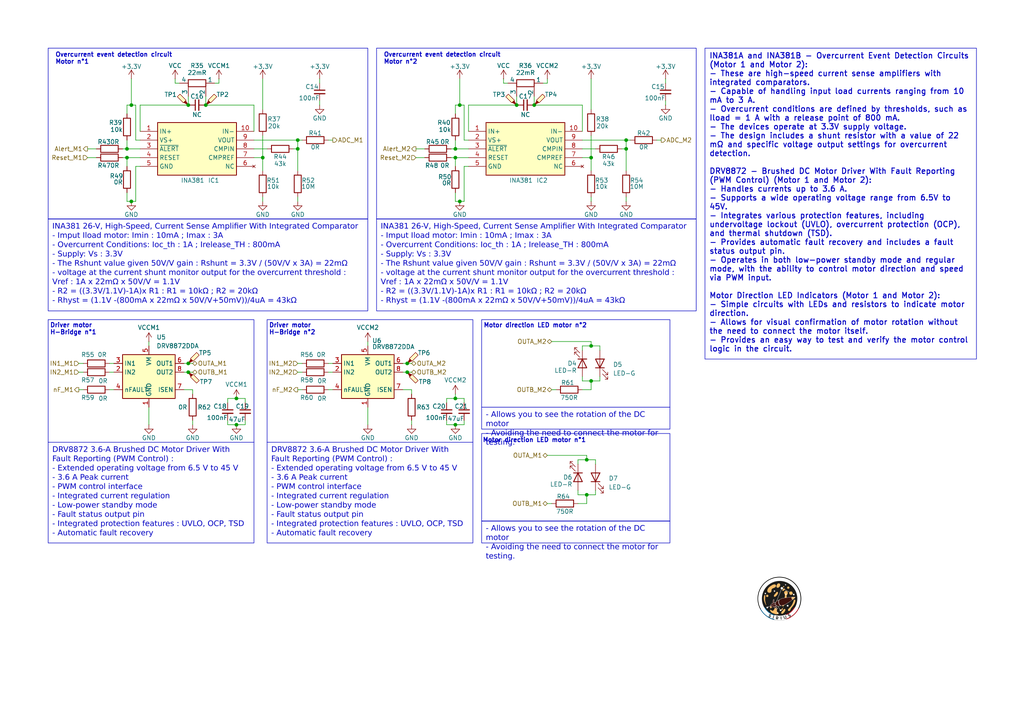
<source format=kicad_sch>
(kicad_sch (version 20231120) (generator "eeschema") (generator_version "8.0")
  (paper "A4")
  (title_block (title "Motor control and driver sheet") (date "2024-06-09") (rev "V°1") (company "Club : PICAS") (comment 1 "Auteur : Paul Miailhe") (comment 2 "Project : Experiment Rocket Sirius "))
  (lib_symbols
    (symbol "Connector:TestPoint_Probe" (pin_numbers hide) (pin_names (offset 0.762) hide)
      (property "Reference" "TP" (at 1.651 5.842 0))
      (property "Value" "TestPoint_Probe" (at 1.651 4.064 0))
      (symbol "TestPoint_Probe_0_1"
        (polyline (pts (xy 1.27 0.762) (xy 0 0) (xy 0.762 1.27) (xy 1.27 0.762)) (fill (type outline)))
        (polyline (pts (xy 1.397 0.635) (xy 0.635 1.397) (xy 2.413 3.175) (xy 3.175 2.413) (xy 1.397 0.635)) (fill (type background)))
      )
      (symbol "TestPoint_Probe_1_1"
        (pin passive line (at 0 0 90) (length 0) (name "1") (number "1"))
      )
    )
    (symbol "Device:C_Small" (pin_numbers hide) (pin_names (offset 0.254) hide)
      (property "Reference" "C" (at 0.254 1.778 0))
      (property "Value" "C_Small" (at 0.254 -2.032 0))
      (symbol "C_Small_0_1"
        (polyline (pts (xy -1.524 -0.508) (xy 1.524 -0.508)) (stroke (width 0.3302)))
        (polyline (pts (xy -1.524 0.508) (xy 1.524 0.508)) (stroke (width 0.3048)))
      )
      (symbol "C_Small_1_1"
        (pin passive line (at 0 2.54 270) (length 2.032) (name "~") (number "1"))
        (pin passive line (at 0 -2.54 90) (length 2.032) (name "~") (number "2"))
      )
    )
    (symbol "Device:LED" (pin_numbers hide) (pin_names (offset 1.016) hide)
      (property "Reference" "D" (at 0 2.54 0))
      (property "Value" "LED" (at 0 -2.54 0))
      (symbol "LED_0_1"
        (polyline (pts (xy -1.27 -1.27) (xy -1.27 1.27)) (stroke (width 0.254)))
        (polyline (pts (xy -1.27 0) (xy 1.27 0)))
        (polyline (pts (xy 1.27 -1.27) (xy 1.27 1.27) (xy -1.27 0) (xy 1.27 -1.27)) (stroke (width 0.254)))
        (polyline (pts (xy -3.048 -0.762) (xy -4.572 -2.286) (xy -3.81 -2.286) (xy -4.572 -2.286) (xy -4.572 -1.524)))
        (polyline (pts (xy -1.778 -0.762) (xy -3.302 -2.286) (xy -2.54 -2.286) (xy -3.302 -2.286) (xy -3.302 -1.524)))
      )
      (symbol "LED_1_1"
        (pin passive line (at -3.81 0 0) (length 2.54) (name "K") (number "1"))
        (pin passive line (at 3.81 0 180) (length 2.54) (name "A") (number "2"))
      )
    )
    (symbol "Device:R" (pin_numbers hide) (pin_names (offset 0))
      (property "Reference" "R" (at 2.032 0 90))
      (property "Value" "R" (at 0 0 90))
      (symbol "R_0_1"
        (rectangle (start -1.016 -2.54) (end 1.016 2.54) (stroke (width 0.254)))
      )
      (symbol "R_1_1"
        (pin passive line (at 0 3.81 270) (length 1.27) (name "~") (number "1"))
        (pin passive line (at 0 -3.81 90) (length 1.27) (name "~") (number "2"))
      )
    )
    (symbol "Device:R_Shunt" (pin_numbers hide) (pin_names (offset 0))
      (property "Reference" "R" (at -4.445 0 90))
      (property "Value" "R_Shunt" (at -2.54 0 90))
      (symbol "R_Shunt_0_1"
        (rectangle (start -1.016 -2.54) (end 1.016 2.54) (stroke (width 0.254)))
        (polyline (pts (xy 0 -2.54) (xy 1.27 -2.54)))
        (polyline (pts (xy 1.27 2.54) (xy 0 2.54)))
      )
      (symbol "R_Shunt_1_1"
        (pin passive line (at 0 5.08 270) (length 2.54) (name "1") (number "1"))
        (pin passive line (at 3.81 2.54 180) (length 2.54) (name "2") (number "2"))
        (pin passive line (at 3.81 -2.54 180) (length 2.54) (name "3") (number "3"))
        (pin passive line (at 0 -5.08 90) (length 2.54) (name "4") (number "4"))
      )
    )
    (symbol "Driver_Motor:DRV8872DDA"
      (property "Reference" "U" (at -6.35 6.35 0))
      (property "Value" "DRV8872DDA" (at 8.89 6.35 0))
      (symbol "DRV8872DDA_0_1"
        (rectangle (start -7.62 5.08) (end 7.62 -7.62) (stroke (width 0.254)) (fill (type background)))
      )
      (symbol "DRV8872DDA_1_1"
        (pin power_in line (at 0 -10.16 90) (length 2.54) (name "GND") (number "1"))
        (pin input line (at -10.16 0 0) (length 2.54) (name "IN2") (number "2"))
        (pin input line (at -10.16 2.54 0) (length 2.54) (name "IN1") (number "3"))
        (pin open_collector line (at -10.16 -5.08 0) (length 2.54) (name "nFAULT") (number "4"))
        (pin power_in line (at 0 7.62 270) (length 2.54) (name "VM") (number "5"))
        (pin output line (at 10.16 2.54 180) (length 2.54) (name "OUT1") (number "6"))
        (pin passive line (at 10.16 -5.08 180) (length 2.54) (name "ISEN") (number "7"))
        (pin output line (at 10.16 0 180) (length 2.54) (name "OUT2") (number "8"))
        (pin passive line (at 0 -10.16 90) (length 2.54) hide (name "GND") (number "9"))
      )
    )
    (symbol "INA381A3QDGSRQ1:INA381A3QDGSRQ1"
      (property "Reference" "IC" (at 29.21 7.62 0))
      (property "Value" "INA381A3QDGSRQ1" (at 29.21 5.08 0))
      (symbol "INA381A3QDGSRQ1_1_1"
        (rectangle (start 5.08 2.54) (end 27.94 -12.7) (stroke (width 0.254)) (fill (type background)))
        (pin passive line (at 0 0 0) (length 5.08) (name "IN+") (number "1"))
        (pin passive line (at 33.02 0 180) (length 5.08) (name "IN-") (number "10"))
        (pin passive line (at 0 -2.54 0) (length 5.08) (name "VS+") (number "2"))
        (pin passive line (at 0 -5.08 0) (length 5.08) (name "~{ALERT}") (number "3"))
        (pin passive line (at 0 -7.62 0) (length 5.08) (name "RESET") (number "4"))
        (pin passive line (at 0 -10.16 0) (length 5.08) (name "GND") (number "5"))
        (pin no_connect line (at 33.02 -10.16 180) (length 5.08) (name "NC") (number "6"))
        (pin passive line (at 33.02 -7.62 180) (length 5.08) (name "CMPREF") (number "7"))
        (pin passive line (at 33.02 -5.08 180) (length 5.08) (name "CMPIN") (number "8"))
        (pin passive line (at 33.02 -2.54 180) (length 5.08) (name "VOUT") (number "9"))
      )
    )
    (symbol "power:+3.3V" (power) (pin_numbers hide) (pin_names (offset 0) hide)
      (property "Value" "+3.3V" (at 0 3.556 0))
      (symbol "+3.3V_0_1"
        (polyline (pts (xy -0.762 1.27) (xy 0 2.54)))
        (polyline (pts (xy 0 0) (xy 0 2.54)))
        (polyline (pts (xy 0 2.54) (xy 0.762 1.27)))
      )
      (symbol "+3.3V_1_1"
        (pin power_in line (at 0 0 90) (length 0) (name "~") (number "1"))
      )
    )
    (symbol "power:GND" (power) (pin_numbers hide) (pin_names (offset 0) hide)
      (property "Value" "GND" (at 0 -3.81 0))
      (symbol "GND_0_1"
        (polyline (pts (xy 0 0) (xy 0 -1.27) (xy 1.27 -1.27) (xy 0 -2.54) (xy -1.27 -1.27) (xy 0 -1.27)))
      )
      (symbol "GND_1_1"
        (pin power_in line (at 0 0 270) (length 0) (name "~") (number "1"))
      )
    )
    (symbol "power:VCC" (power) (pin_numbers hide) (pin_names (offset 0) hide)
      (property "Value" "VCC" (at 0 3.556 0))
      (symbol "VCC_0_1"
        (polyline (pts (xy -0.762 1.27) (xy 0 2.54)))
        (polyline (pts (xy 0 0) (xy 0 2.54)))
        (polyline (pts (xy 0 2.54) (xy 0.762 1.27)))
      )
      (symbol "VCC_1_1"
        (pin power_in line (at 0 0 90) (length 0) (name "~") (number "1"))
      )
    )
  )
  (junction (at 171.45 110.49))
  (junction (at 181.61 40.64))
  (junction (at 118.11 107.95))
  (junction (at 68.58 123.19))
  (junction (at 132.08 43.18))
  (junction (at 36.83 43.18))
  (junction (at 149.86 30.48))
  (junction (at 54.61 105.41))
  (junction (at 132.08 123.19))
  (junction (at 133.35 30.48))
  (junction (at 54.61 107.95))
  (junction (at 118.11 105.41))
  (junction (at 171.45 45.72))
  (junction (at 170.18 143.51))
  (junction (at 170.18 133.35))
  (junction (at 86.36 43.18))
  (junction (at 38.1 58.42))
  (junction (at 133.35 58.42))
  (junction (at 54.61 30.48))
  (junction (at 38.1 30.48))
  (junction (at 154.94 30.48))
  (junction (at 132.08 115.57))
  (junction (at 76.2 45.72))
  (junction (at 181.61 43.18))
  (junction (at 36.83 45.72))
  (junction (at 68.58 115.57))
  (junction (at 59.69 30.48))
  (junction (at 171.45 100.33))
  (junction (at 86.36 40.64))
  (junction (at 132.08 45.72))
  (wire (pts (xy 160.02 99.06) (xy 171.45 99.06)))
  (wire (pts (xy 71.12 115.57) (xy 71.12 116.84)))
  (wire (pts (xy 92.71 29.21) (xy 92.71 30.48)))
  (wire (pts (xy 43.18 99.06) (xy 43.18 100.33)))
  (wire (pts (xy 134.62 115.57) (xy 134.62 116.84)))
  (wire (pts (xy 31.75 107.95) (xy 33.02 107.95)))
  (wire (pts (xy 171.45 39.37) (xy 171.45 45.72)))
  (wire (pts (xy 36.83 58.42) (xy 38.1 58.42)))
  (wire (pts (xy 171.45 99.06) (xy 171.45 100.33)))
  (wire (pts (xy 182.88 40.64) (xy 181.61 40.64)))
  (wire (pts (xy 132.08 114.3) (xy 132.08 115.57)))
  (wire (pts (xy 38.1 22.86) (xy 38.1 30.48)))
  (wire (pts (xy 116.84 105.41) (xy 118.11 105.41)))
  (wire (pts (xy 167.64 134.62) (xy 167.64 133.35)))
  (wire (pts (xy 132.08 33.02) (xy 132.08 30.48)))
  (wire (pts (xy 120.65 45.72) (xy 123.19 45.72)))
  (wire (pts (xy 168.91 43.18) (xy 172.72 43.18)))
  (wire (pts (xy 86.36 113.03) (xy 87.63 113.03)))
  (wire (pts (xy 73.66 45.72) (xy 76.2 45.72)))
  (wire (pts (xy 22.86 113.03) (xy 24.13 113.03)))
  (wire (pts (xy 116.84 107.95) (xy 118.11 107.95)))
  (wire (pts (xy 59.69 30.48) (xy 73.66 30.48)))
  (wire (pts (xy 55.88 113.03) (xy 53.34 113.03)))
  (wire (pts (xy 31.75 105.41) (xy 33.02 105.41)))
  (wire (pts (xy 120.65 43.18) (xy 123.19 43.18)))
  (wire (pts (xy 167.64 143.51) (xy 170.18 143.51)))
  (wire (pts (xy 171.45 22.86) (xy 171.45 31.75)))
  (wire (pts (xy 171.45 100.33) (xy 173.99 100.33)))
  (wire (pts (xy 170.18 133.35) (xy 172.72 133.35)))
  (wire (pts (xy 40.64 30.48) (xy 54.61 30.48)))
  (wire (pts (xy 119.38 123.19) (xy 119.38 121.92)))
  (wire (pts (xy 172.72 142.24) (xy 172.72 143.51)))
  (wire (pts (xy 66.04 121.92) (xy 66.04 123.19)))
  (wire (pts (xy 130.81 45.72) (xy 132.08 45.72)))
  (wire (pts (xy 86.36 105.41) (xy 87.63 105.41)))
  (wire (pts (xy 173.99 100.33) (xy 173.99 101.6)))
  (wire (pts (xy 40.64 40.64) (xy 39.37 40.64)))
  (wire (pts (xy 36.83 40.64) (xy 36.83 43.18)))
  (wire (pts (xy 95.25 107.95) (xy 96.52 107.95)))
  (wire (pts (xy 158.75 146.05) (xy 160.02 146.05)))
  (wire (pts (xy 171.45 110.49) (xy 173.99 110.49)))
  (wire (pts (xy 38.1 58.42) (xy 39.37 58.42)))
  (wire (pts (xy 73.66 30.48) (xy 73.66 38.1)))
  (wire (pts (xy 158.75 132.08) (xy 170.18 132.08)))
  (wire (pts (xy 135.89 30.48) (xy 149.86 30.48)))
  (wire (pts (xy 133.35 58.42) (xy 134.62 58.42)))
  (wire (pts (xy 132.08 43.18) (xy 135.89 43.18)))
  (wire (pts (xy 66.04 123.19) (xy 68.58 123.19)))
  (wire (pts (xy 129.54 116.84) (xy 129.54 115.57)))
  (wire (pts (xy 68.58 115.57) (xy 71.12 115.57)))
  (wire (pts (xy 106.68 99.06) (xy 106.68 100.33)))
  (wire (pts (xy 35.56 45.72) (xy 36.83 45.72)))
  (wire (pts (xy 158.75 24.13) (xy 158.75 22.86)))
  (wire (pts (xy 36.83 55.88) (xy 36.83 58.42)))
  (wire (pts (xy 66.04 116.84) (xy 66.04 115.57)))
  (wire (pts (xy 25.4 43.18) (xy 27.94 43.18)))
  (wire (pts (xy 39.37 48.26) (xy 40.64 48.26)))
  (wire (pts (xy 181.61 57.15) (xy 181.61 58.42)))
  (wire (pts (xy 190.5 40.64) (xy 191.77 40.64)))
  (wire (pts (xy 132.08 123.19) (xy 134.62 123.19)))
  (wire (pts (xy 171.45 49.53) (xy 171.45 45.72)))
  (wire (pts (xy 95.25 113.03) (xy 96.52 113.03)))
  (wire (pts (xy 55.88 123.19) (xy 55.88 121.92)))
  (wire (pts (xy 53.34 105.41) (xy 54.61 105.41)))
  (wire (pts (xy 76.2 39.37) (xy 76.2 45.72)))
  (wire (pts (xy 149.86 30.48) (xy 149.86 27.94)))
  (wire (pts (xy 134.62 48.26) (xy 135.89 48.26)))
  (wire (pts (xy 59.69 30.48) (xy 59.69 27.94)))
  (wire (pts (xy 86.36 43.18) (xy 86.36 49.53)))
  (wire (pts (xy 63.5 24.13) (xy 63.5 22.86)))
  (wire (pts (xy 193.04 29.21) (xy 193.04 30.48)))
  (wire (pts (xy 171.45 110.49) (xy 171.45 113.03)))
  (wire (pts (xy 50.8 24.13) (xy 52.07 24.13)))
  (wire (pts (xy 133.35 30.48) (xy 134.62 30.48)))
  (wire (pts (xy 167.64 142.24) (xy 167.64 143.51)))
  (wire (pts (xy 135.89 40.64) (xy 134.62 40.64)))
  (wire (pts (xy 119.38 114.3) (xy 119.38 113.03)))
  (wire (pts (xy 132.08 45.72) (xy 132.08 48.26)))
  (wire (pts (xy 160.02 113.03) (xy 161.29 113.03)))
  (wire (pts (xy 132.08 40.64) (xy 132.08 43.18)))
  (wire (pts (xy 22.86 105.41) (xy 24.13 105.41)))
  (wire (pts (xy 43.18 123.19) (xy 43.18 118.11)))
  (wire (pts (xy 180.34 43.18) (xy 181.61 43.18)))
  (wire (pts (xy 134.62 30.48) (xy 134.62 40.64)))
  (wire (pts (xy 167.64 146.05) (xy 170.18 146.05)))
  (wire (pts (xy 132.08 58.42) (xy 133.35 58.42)))
  (wire (pts (xy 129.54 121.92) (xy 129.54 123.19)))
  (wire (pts (xy 73.66 43.18) (xy 77.47 43.18)))
  (wire (pts (xy 118.11 105.41) (xy 119.38 105.41)))
  (wire (pts (xy 129.54 115.57) (xy 132.08 115.57)))
  (wire (pts (xy 106.68 123.19) (xy 106.68 118.11)))
  (wire (pts (xy 54.61 105.41) (xy 55.88 105.41)))
  (wire (pts (xy 71.12 121.92) (xy 71.12 123.19)))
  (wire (pts (xy 36.83 45.72) (xy 36.83 48.26)))
  (wire (pts (xy 132.08 45.72) (xy 135.89 45.72)))
  (wire (pts (xy 130.81 43.18) (xy 132.08 43.18)))
  (wire (pts (xy 171.45 57.15) (xy 171.45 58.42)))
  (wire (pts (xy 170.18 143.51) (xy 170.18 146.05)))
  (wire (pts (xy 31.75 113.03) (xy 33.02 113.03)))
  (wire (pts (xy 62.23 24.13) (xy 63.5 24.13)))
  (wire (pts (xy 134.62 48.26) (xy 134.62 58.42)))
  (wire (pts (xy 119.38 113.03) (xy 116.84 113.03)))
  (wire (pts (xy 135.89 30.48) (xy 135.89 38.1)))
  (wire (pts (xy 55.88 114.3) (xy 55.88 113.03)))
  (wire (pts (xy 168.91 101.6) (xy 168.91 100.33)))
  (wire (pts (xy 154.94 30.48) (xy 168.91 30.48)))
  (wire (pts (xy 86.36 40.64) (xy 86.36 43.18)))
  (wire (pts (xy 54.61 107.95) (xy 55.88 107.95)))
  (wire (pts (xy 92.71 22.86) (xy 92.71 24.13)))
  (wire (pts (xy 129.54 123.19) (xy 132.08 123.19)))
  (wire (pts (xy 181.61 40.64) (xy 181.61 43.18)))
  (wire (pts (xy 35.56 43.18) (xy 36.83 43.18)))
  (wire (pts (xy 133.35 22.86) (xy 133.35 30.48)))
  (wire (pts (xy 181.61 43.18) (xy 181.61 49.53)))
  (wire (pts (xy 168.91 40.64) (xy 181.61 40.64)))
  (wire (pts (xy 66.04 115.57) (xy 68.58 115.57)))
  (wire (pts (xy 76.2 49.53) (xy 76.2 45.72)))
  (wire (pts (xy 154.94 30.48) (xy 154.94 27.94)))
  (wire (pts (xy 170.18 132.08) (xy 170.18 133.35)))
  (wire (pts (xy 167.64 133.35) (xy 170.18 133.35)))
  (wire (pts (xy 36.83 33.02) (xy 36.83 30.48)))
  (wire (pts (xy 68.58 123.19) (xy 71.12 123.19)))
  (wire (pts (xy 76.2 22.86) (xy 76.2 31.75)))
  (wire (pts (xy 172.72 133.35) (xy 172.72 134.62)))
  (wire (pts (xy 87.63 40.64) (xy 86.36 40.64)))
  (wire (pts (xy 54.61 30.48) (xy 54.61 27.94)))
  (wire (pts (xy 168.91 113.03) (xy 171.45 113.03)))
  (wire (pts (xy 193.04 22.86) (xy 193.04 24.13)))
  (wire (pts (xy 170.18 143.51) (xy 172.72 143.51)))
  (wire (pts (xy 86.36 107.95) (xy 87.63 107.95)))
  (wire (pts (xy 95.25 40.64) (xy 96.52 40.64)))
  (wire (pts (xy 168.91 45.72) (xy 171.45 45.72)))
  (wire (pts (xy 157.48 24.13) (xy 158.75 24.13)))
  (wire (pts (xy 36.83 43.18) (xy 40.64 43.18)))
  (wire (pts (xy 39.37 48.26) (xy 39.37 58.42)))
  (wire (pts (xy 85.09 43.18) (xy 86.36 43.18)))
  (wire (pts (xy 38.1 30.48) (xy 39.37 30.48)))
  (wire (pts (xy 168.91 110.49) (xy 171.45 110.49)))
  (wire (pts (xy 146.05 24.13) (xy 147.32 24.13)))
  (wire (pts (xy 39.37 30.48) (xy 39.37 40.64)))
  (wire (pts (xy 95.25 105.41) (xy 96.52 105.41)))
  (wire (pts (xy 118.11 107.95) (xy 119.38 107.95)))
  (wire (pts (xy 36.83 45.72) (xy 40.64 45.72)))
  (wire (pts (xy 134.62 121.92) (xy 134.62 123.19)))
  (wire (pts (xy 168.91 30.48) (xy 168.91 38.1)))
  (wire (pts (xy 86.36 57.15) (xy 86.36 58.42)))
  (wire (pts (xy 132.08 30.48) (xy 133.35 30.48)))
  (wire (pts (xy 25.4 45.72) (xy 27.94 45.72)))
  (wire (pts (xy 73.66 40.64) (xy 86.36 40.64)))
  (wire (pts (xy 53.34 107.95) (xy 54.61 107.95)))
  (wire (pts (xy 22.86 107.95) (xy 24.13 107.95)))
  (wire (pts (xy 173.99 109.22) (xy 173.99 110.49)))
  (wire (pts (xy 76.2 57.15) (xy 76.2 58.42)))
  (wire (pts (xy 168.91 109.22) (xy 168.91 110.49)))
  (wire (pts (xy 168.91 100.33) (xy 171.45 100.33)))
  (wire (pts (xy 50.8 22.86) (xy 50.8 24.13)))
  (wire (pts (xy 146.05 22.86) (xy 146.05 24.13)))
  (wire (pts (xy 36.83 30.48) (xy 38.1 30.48)))
  (wire (pts (xy 132.08 115.57) (xy 134.62 115.57)))
  (wire (pts (xy 40.64 30.48) (xy 40.64 38.1)))
  (wire (pts (xy 132.08 55.88) (xy 132.08 58.42)))
  (rectangle (start 13.97 92.71) (end 73.66 128.27))
  (rectangle (start 139.7 125.73) (end 194.31 151.13))
  (rectangle (start 13.97 13.97) (end 106.68 63.5))
  (rectangle (start 139.7 92.71) (end 194.31 118.11))
  (rectangle (start 77.47 92.71) (end 137.16 128.27))
  (rectangle (start 109.22 13.97) (end 201.93 63.5))
  (image (at 226.06 173.99) (scale 0.291829))
  (text_box "DRV8872 3.6-A Brushed DC Motor Driver With Fault Reporting (PWM Control) :\n- Extended operating voltage from 6.5 V to 45 V\n- 3.6 A Peak current\n- PWM control interface\n- Integrated current regulation\n- Low-power standby mode\n- Fault status output pin\n- Integrated protection features : UVLO, OCP, TSD\n- Automatic fault recovery" (at 77.47 128.27 0) (size 59.69 29.21) (effects (font (size 1.6 1.6)) (justify left top)))
  (text_box "- Allows you to see the rotation of the DC motor\n- Avoiding the need to connect the motor for testing. " (at 139.7 118.11 0) (size 54.61 6.35) (effects (font (size 1.6 1.6)) (justify left top)))
  (text_box "INA381 26-V, High-Speed, Current Sense Amplifier With Integrated Comparator\n- Imput Iload motor: Imin : 10mA ; Imax : 3A\n- Overcurrent Conditions: Ioc_th : 1A ; Irelease_TH : 800mA\n- Supply: Vs : 3.3V \n- The Rshunt value given 50V/V gain : Rshunt = 3.3V / (50V/V x 3A) = 22mΩ\n- voltage at the current shunt monitor output for the overcurrent threshold : Vref : 1A x 22mΩ x 50V/V = 1.1V\n- R2 = ((3.3V/1.1V)-1A)x R1 : R1 = 10kΩ ; R2 = 20kΩ\n- Rhyst = (1.1V -(800mA x 22mΩ x 50V/V+50mV))/4uA = 43kΩ\n" (at 109.22 63.5 0) (size 92.71 26.67) (effects (font (size 1.6 1.6)) (justify left top)))
  (text_box "- Allows you to see the rotation of the DC motor\n- Avoiding the need to connect the motor for testing. " (at 139.7 151.13 0) (size 54.61 6.35) (effects (font (size 1.6 1.6)) (justify left top)))
  (text_box "INA381A and INA381B - Overcurrent Event Detection Circuits (Motor 1 and Motor 2):\n- These are high-speed current sense amplifiers with integrated comparators.\n- Capable of handling input load currents ranging from 10 mA to 3 A.\n- Overcurrent conditions are defined by thresholds, such as Iload = 1 A with a release point of 800 mA.\n- The devices operate at 3.3V supply voltage.\n- The design includes a shunt resistor with a value of 22 mΩ and specific voltage output settings for overcurrent detection.\n\nDRV8872 - Brushed DC Motor Driver With Fault Reporting (PWM Control) (Motor 1 and Motor 2):\n- Handles currents up to 3.6 A.\n- Supports a wide operating voltage range from 6.5V to 45V.\n- Integrates various protection features, including undervoltage lockout (UVLO), overcurrent protection (OCP), and thermal shutdown (TSD).\n- Provides automatic fault recovery and includes a fault status output pin.\n- Operates in both low-power standby mode and regular mode, with the ability to control motor direction and speed via PWM input.\n\nMotor Direction LED Indicators (Motor 1 and Motor 2):\n- Simple circuits with LEDs and resistors to indicate motor direction.\n- Allows for visual confirmation of motor rotation without the need to connect the motor itself.\n- Provides an easy way to test and verify the motor control logic in the circuit." (at 204.47 13.97 0) (size 78.74 90.17) (effects (font (size 1.6 1.6) (thickness 0.254) (bold yes)) (justify left top)))
  (text_box "DRV8872 3.6-A Brushed DC Motor Driver With Fault Reporting (PWM Control) :\n- Extended operating voltage from 6.5 V to 45 V\n- 3.6 A Peak current\n- PWM control interface\n- Integrated current regulation\n- Low-power standby mode\n- Fault status output pin\n- Integrated protection features : UVLO, OCP, TSD\n- Automatic fault recovery" (at 13.97 128.27 0) (size 59.69 29.21) (effects (font (size 1.6 1.6)) (justify left top)))
  (text_box "INA381 26-V, High-Speed, Current Sense Amplifier With Integrated Comparator\n- Imput Iload motor: Imin : 10mA ; Imax : 3A\n- Overcurrent Conditions: Ioc_th : 1A ; Irelease_TH : 800mA\n- Supply: Vs : 3.3V \n- The Rshunt value given 50V/V gain : Rshunt = 3.3V / (50V/V x 3A) = 22mΩ\n- voltage at the current shunt monitor output for the overcurrent threshold : Vref : 1A x 22mΩ x 50V/V = 1.1V\n- R2 = ((3.3V/1.1V)-1A)x R1 : R1 = 10kΩ ; R2 = 20kΩ\n- Rhyst = (1.1V -(800mA x 22mΩ x 50V/V+50mV))/4uA = 43kΩ\n" (at 13.97 63.5 0) (size 92.71 26.67) (effects (font (size 1.6 1.6)) (justify left top)))
  (text "Driver motor \nH-Bridge n°1\n\n" (at 14.478 99.314 0) (effects (font (size 1.27 1.27) (thickness 0.254) (bold yes)) (justify left bottom)))
  (text "Motor direction LED motor n°1\n" (at 139.954 128.524 0) (effects (font (size 1.27 1.27) (thickness 0.254) (bold yes)) (justify left bottom)))
  (text "Motor direction LED motor n°2\n" (at 140.208 95.25 0) (effects (font (size 1.27 1.27) (thickness 0.254) (bold yes)) (justify left bottom)))
  (text "Overcurrent event detection circuit\nMotor n°2\n\n" (at 111.252 20.828 0) (effects (font (size 1.27 1.27) (thickness 0.254) (bold yes)) (justify left bottom)))
  (text "Driver motor \nH-Bridge n°2\n" (at 77.978 97.282 0) (effects (font (size 1.27 1.27) (thickness 0.254) (bold yes)) (justify left bottom)))
  (text "Overcurrent event detection circuit\nMotor n°1\n" (at 16.002 18.796 0) (effects (font (size 1.27 1.27) (thickness 0.254) (bold yes)) (justify left bottom)))
  (hierarchical_label "OUTA_M1" (shape bidirectional) (at 55.88 105.41 0))
  (hierarchical_label "OUTB_M2" (shape bidirectional) (at 119.38 107.95 0))
  (hierarchical_label "IN1_M2" (shape input) (at 86.36 105.41 180))
  (hierarchical_label "OUTB_M1" (shape bidirectional) (at 55.88 107.95 0))
  (hierarchical_label "Reset_M1" (shape input) (at 25.4 45.72 180))
  (hierarchical_label "IN2_M2" (shape input) (at 86.36 107.95 180))
  (hierarchical_label "nF_M2" (shape output) (at 86.36 113.03 180))
  (hierarchical_label "ADC_M1" (shape output) (at 96.52 40.64 0))
  (hierarchical_label "IN2_M1" (shape input) (at 22.86 107.95 180))
  (hierarchical_label "Reset_M2" (shape input) (at 120.65 45.72 180))
  (hierarchical_label "OUTB_M1" (shape bidirectional) (at 158.75 146.05 180))
  (hierarchical_label "OUTB_M2" (shape bidirectional) (at 160.02 113.03 180))
  (hierarchical_label "Alert_M2" (shape output) (at 120.65 43.18 180))
  (hierarchical_label "Alert_M1" (shape output) (at 25.4 43.18 180))
  (hierarchical_label "OUTA_M1" (shape bidirectional) (at 158.75 132.08 180))
  (hierarchical_label "OUTA_M2" (shape bidirectional) (at 160.02 99.06 180))
  (hierarchical_label "ADC_M2" (shape output) (at 191.77 40.64 0))
  (hierarchical_label "nF_M1" (shape output) (at 22.86 113.03 180))
  (hierarchical_label "IN1_M1" (shape input) (at 22.86 105.41 180))
  (hierarchical_label "OUTA_M2" (shape bidirectional) (at 119.38 105.41 0))
  (symbol (lib_id "power:+3.3V") (at 92.71 22.86 0) (unit 1)
    (property "Reference" "#PWR062" (effects (hide yes)))
    (property "Value" "+3.3V" (at 92.71 19.304 0))
    (property "Description" "Power symbol creates a global label with name \"+3.3V\"" (effects (hide yes)))
  )
  (symbol (lib_id "Device:LED") (at 167.64 138.43 270) (unit 1)
    (property "Reference" "D6" (at 163.322 138.43 90) (effects (justify left)))
    (property "Value" "LED-R" (at 159.512 140.462 90) (effects (justify left)))
    (property "Footprint" "LED_SMD:LED_0603_1608Metric" (effects (hide yes)))
    (property "Description" "Light emitting diode" (effects (hide yes)))
  )
  (symbol (lib_id "Device:R") (at 186.69 40.64 270) (unit 1)
    (property "Reference" "R42" (at 186.69 38.608 90))
    (property "Value" "0R" (at 186.69 42.672 90))
    (property "Footprint" "Resistor_SMD:R_0603_1608Metric_Pad0.98x0.95mm_HandSolder" (effects (hide yes)))
  )
  (symbol (lib_id "Connector:TestPoint_Probe") (at 54.61 30.48 90) (unit 1)
    (property "Reference" "TP1" (at 51.308 27.432 90) (effects (justify left)))
    (property "Value" "TestPoint_Probe" (effects (hide yes)))
    (property "Footprint" "TestPoint:TestPoint_Pad_1.0x1.0mm" (effects (hide yes)))
    (property "Description" "test point (alternative probe-style design)" (effects (hide yes)))
  )
  (symbol (lib_id "Device:R") (at 27.94 105.41 90) (unit 1)
    (property "Reference" "R55" (at 27.432 102.87 90) (effects (justify left)))
    (property "Value" "0R" (at 30.988 102.87 90) (effects (justify left)))
    (property "Footprint" "Resistor_SMD:R_0603_1608Metric_Pad0.98x0.95mm_HandSolder" (effects (hide yes)))
  )
  (symbol (lib_id "Device:R_Shunt") (at 152.4 24.13 270) (unit 1)
    (property "Reference" "R36" (at 152.4 19.05 90))
    (property "Value" "22mR" (at 152.4 21.082 90))
    (property "Footprint" "Resistor_SMD:R_Shunt_Vishay_WSK2512_6332Metric_T1.19mm" (effects (hide yes)))
    (property "Description" "Shunt resistor" (effects (hide yes)))
  )
  (symbol (lib_id "power:VCC") (at 132.08 114.3 0) (unit 1)
    (property "Reference" "#PWR078" (effects (hide yes)))
    (property "Value" "VCCM2" (at 132.08 110.236 0))
    (property "Description" "Power symbol creates a global label with name \"VCC\"" (effects (hide yes)))
  )
  (symbol (lib_id "power:GND") (at 76.2 58.42 0) (unit 1)
    (property "Reference" "#PWR071" (effects (hide yes)))
    (property "Value" "GND" (at 76.2 62.23 0))
    (property "Description" "Power symbol creates a global label with name \"GND\" , ground" (effects (hide yes)))
  )
  (symbol (lib_id "Device:C_Small") (at 134.62 119.38 0) (unit 1)
    (property "Reference" "C21" (at 131.826 117.856 0) (effects (justify left)))
    (property "Value" "47uF" (at 129.794 121.412 0) (effects (justify left)))
    (property "Footprint" "Capacitor_SMD:C_0805_2012Metric" (effects (hide yes)))
    (property "Description" "Unpolarized capacitor, small symbol" (effects (hide yes)))
  )
  (symbol (lib_id "power:GND") (at 55.88 123.19 0) (unit 1)
    (property "Reference" "#PWR081" (effects (hide yes)))
    (property "Value" "GND" (at 55.88 127 0))
    (property "Description" "Power symbol creates a global label with name \"GND\" , ground" (effects (hide yes)))
  )
  (symbol (lib_id "power:GND") (at 133.35 58.42 0) (unit 1)
    (property "Reference" "#PWR073" (effects (hide yes)))
    (property "Value" "GND" (at 133.35 62.23 0))
    (property "Description" "Power symbol creates a global label with name \"GND\" , ground" (effects (hide yes)))
  )
  (symbol (lib_id "Device:R") (at 171.45 53.34 180) (unit 1)
    (property "Reference" "R53" (at 174.498 52.324 0))
    (property "Value" "10k" (at 174.498 54.102 0))
    (property "Footprint" "Resistor_SMD:R_0603_1608Metric_Pad0.98x0.95mm_HandSolder" (effects (hide yes)))
  )
  (symbol (lib_id "Device:R") (at 76.2 53.34 180) (unit 1)
    (property "Reference" "R51" (at 79.248 52.324 0))
    (property "Value" "10k" (at 79.248 54.102 0))
    (property "Footprint" "Resistor_SMD:R_0603_1608Metric_Pad0.98x0.95mm_HandSolder" (effects (hide yes)))
  )
  (symbol (lib_id "Device:R") (at 36.83 36.83 180) (unit 1)
    (property "Reference" "R39" (at 33.528 35.56 0))
    (property "Value" "10k" (at 33.782 37.592 0))
    (property "Footprint" "Resistor_SMD:R_0603_1608Metric_Pad0.98x0.95mm_HandSolder" (effects (hide yes)))
  )
  (symbol (lib_id "Device:R") (at 76.2 35.56 180) (unit 1)
    (property "Reference" "R37" (at 79.502 34.544 0))
    (property "Value" "20k" (at 79.502 36.576 0))
    (property "Footprint" "Resistor_SMD:R_0603_1608Metric_Pad0.98x0.95mm_HandSolder" (effects (hide yes)))
  )
  (symbol (lib_id "Device:R") (at 31.75 43.18 90) (unit 1)
    (property "Reference" "R43" (at 30.226 41.148 90))
    (property "Value" "0R" (at 33.274 41.148 90))
    (property "Footprint" "Resistor_SMD:R_0603_1608Metric_Pad0.98x0.95mm_HandSolder" (effects (hide yes)))
  )
  (symbol (lib_id "Device:R") (at 181.61 53.34 180) (unit 1)
    (property "Reference" "R54" (at 184.658 52.324 0))
    (property "Value" "10M" (at 184.658 54.102 0))
    (property "Footprint" "Resistor_SMD:R_0603_1608Metric_Pad0.98x0.95mm_HandSolder" (effects (hide yes)))
  )
  (symbol (lib_id "power:GND") (at 86.36 58.42 0) (unit 1)
    (property "Reference" "#PWR072" (effects (hide yes)))
    (property "Value" "GND" (at 86.36 62.23 0))
    (property "Description" "Power symbol creates a global label with name \"GND\" , ground" (effects (hide yes)))
  )
  (symbol (lib_id "power:GND") (at 171.45 58.42 0) (unit 1)
    (property "Reference" "#PWR074" (effects (hide yes)))
    (property "Value" "GND" (at 171.45 62.23 0))
    (property "Description" "Power symbol creates a global label with name \"GND\" , ground" (effects (hide yes)))
  )
  (symbol (lib_id "INA381A3QDGSRQ1:INA381A3QDGSRQ1") (at 40.64 38.1 0) (unit 1)
    (property "Reference" "IC1" (at 61.976 52.324 0))
    (property "Value" "INA381" (at 55.88 52.324 0))
    (property "Footprint" "Package_SO:VSSOP-10_3x3mm_P0.5mm" (effects (hide yes)))
    (property "Datasheet" "https://www.ti.com/lit/gpn/ina381-q1" (effects (hide yes)))
    (property "Description" "Current Sense Amplifiers AEC-Q100, 26V, 350kHz current sense amplifier with integrated overcurrent comparator 10-VSSOP -40 to 125" (effects (hide yes)))
    (property "Height" "1.1" (effects (hide yes)))
    (property "Mouser Part Number" "595-INA381A3QDGSRQ1" (effects (hide yes)))
    (property "Mouser Price/Stock" "https://www.mouser.co.uk/ProductDetail/Texas-Instruments/INA381A3QDGSRQ1?qs=vmHwEFxEFR9Jh68CuAopyA%3D%3D" (effects (hide yes)))
    (property "Manufacturer_Name" "Texas Instruments" (effects (hide yes)))
    (property "Manufacturer_Part_Number" "INA381A3QDGSRQ1" (effects (hide yes)))
  )
  (symbol (lib_id "power:GND") (at 181.61 58.42 0) (unit 1)
    (property "Reference" "#PWR075" (effects (hide yes)))
    (property "Value" "GND" (at 181.61 62.23 0))
    (property "Description" "Power symbol creates a global label with name \"GND\" , ground" (effects (hide yes)))
  )
  (symbol (lib_id "power:GND") (at 132.08 123.19 0) (unit 1)
    (property "Reference" "#PWR085" (effects (hide yes)))
    (property "Value" "GND" (at 132.08 127 0))
    (property "Description" "Power symbol creates a global label with name \"GND\" , ground" (effects (hide yes)))
  )
  (symbol (lib_id "Device:R") (at 81.28 43.18 270) (unit 1)
    (property "Reference" "R44" (at 81.28 45.466 90))
    (property "Value" "43k" (at 81.28 47.498 90))
    (property "Footprint" "Resistor_SMD:R_0603_1608Metric_Pad0.98x0.95mm_HandSolder" (effects (hide yes)))
  )
  (symbol (lib_id "Device:R") (at 171.45 35.56 180) (unit 1)
    (property "Reference" "R38" (at 174.752 34.544 0))
    (property "Value" "20k" (at 174.752 36.576 0))
    (property "Footprint" "Resistor_SMD:R_0603_1608Metric_Pad0.98x0.95mm_HandSolder" (effects (hide yes)))
  )
  (symbol (lib_id "Connector:TestPoint_Probe") (at 54.61 107.95 270) (unit 1)
    (property "Reference" "TP7" (at 57.912 110.744 90) (effects (justify left)))
    (property "Value" "TestPoint_Probe" (effects (hide yes)))
    (property "Footprint" "TestPoint:TestPoint_Pad_1.0x1.0mm" (effects (hide yes)))
    (property "Description" "test point (alternative probe-style design)" (effects (hide yes)))
  )
  (symbol (lib_id "Device:R") (at 91.44 107.95 90) (unit 1)
    (property "Reference" "R58" (at 90.932 110.236 90) (effects (justify left)))
    (property "Value" "0R" (at 94.742 110.49 90) (effects (justify left)))
    (property "Footprint" "Resistor_SMD:R_0603_1608Metric_Pad0.98x0.95mm_HandSolder" (effects (hide yes)))
  )
  (symbol (lib_id "power:+3.3V") (at 133.35 22.86 0) (unit 1)
    (property "Reference" "#PWR063" (effects (hide yes)))
    (property "Value" "+3.3V" (at 133.35 19.304 0))
    (property "Description" "Power symbol creates a global label with name \"+3.3V\"" (effects (hide yes)))
  )
  (symbol (lib_id "power:VCC") (at 50.8 22.86 0) (unit 1)
    (property "Reference" "#PWR059" (effects (hide yes)))
    (property "Value" "VCC" (at 50.8 19.05 0))
    (property "Description" "Power symbol creates a global label with name \"VCC\"" (effects (hide yes)))
  )
  (symbol (lib_id "Device:C_Small") (at 129.54 119.38 0) (mirror y) (unit 1)
    (property "Reference" "C20" (at 129.286 117.856 0) (effects (justify left)))
    (property "Value" "100nF" (at 129.54 121.158 0) (effects (justify left)))
    (property "Footprint" "Capacitor_SMD:C_0603_1608Metric" (effects (hide yes)))
    (property "Description" "Unpolarized capacitor, small symbol" (effects (hide yes)))
  )
  (symbol (lib_id "Device:R") (at 127 45.72 90) (unit 1) (on_board no)
    (property "Reference" "R48" (at 125.222 48.006 90))
    (property "Value" "0R" (at 129.032 48.006 90))
    (property "Footprint" "Resistor_SMD:R_0603_1608Metric_Pad0.98x0.95mm_HandSolder" (effects (hide yes)))
  )
  (symbol (lib_id "Connector:TestPoint_Probe") (at 118.11 105.41 0) (unit 1)
    (property "Reference" "TP6" (at 121.158 102.362 0) (effects (justify left)))
    (property "Value" "TestPoint_Probe" (effects (hide yes)))
    (property "Footprint" "TestPoint:TestPoint_Pad_1.0x1.0mm" (effects (hide yes)))
    (property "Description" "test point (alternative probe-style design)" (effects (hide yes)))
  )
  (symbol (lib_id "Device:C_Small") (at 193.04 26.67 0) (mirror y) (unit 1)
    (property "Reference" "C15" (at 192.786 25.146 0) (effects (justify left)))
    (property "Value" "100nF" (at 193.04 28.448 0) (effects (justify left)))
    (property "Footprint" "Capacitor_SMD:C_0603_1608Metric" (effects (hide yes)))
    (property "Description" "Unpolarized capacitor, small symbol" (effects (hide yes)))
  )
  (symbol (lib_id "Device:R") (at 91.44 105.41 90) (unit 1)
    (property "Reference" "R56" (at 90.932 102.87 90) (effects (justify left)))
    (property "Value" "0R" (at 94.488 102.87 90) (effects (justify left)))
    (property "Footprint" "Resistor_SMD:R_0603_1608Metric_Pad0.98x0.95mm_HandSolder" (effects (hide yes)))
  )
  (symbol (lib_id "Device:R") (at 176.53 43.18 270) (unit 1)
    (property "Reference" "R46" (at 176.53 45.466 90))
    (property "Value" "43k" (at 176.53 47.498 90))
    (property "Footprint" "Resistor_SMD:R_0603_1608Metric_Pad0.98x0.95mm_HandSolder" (effects (hide yes)))
  )
  (symbol (lib_id "Connector:TestPoint_Probe") (at 59.69 30.48 0) (unit 1)
    (property "Reference" "TP2" (at 62.738 27.432 0) (effects (justify left)))
    (property "Value" "TestPoint_Probe" (effects (hide yes)))
    (property "Footprint" "TestPoint:TestPoint_Pad_1.0x1.0mm" (effects (hide yes)))
    (property "Description" "test point (alternative probe-style design)" (effects (hide yes)))
  )
  (symbol (lib_id "Device:R") (at 132.08 52.07 180) (unit 1)
    (property "Reference" "R50" (at 129.032 51.308 0))
    (property "Value" "0R" (at 129.54 53.086 0))
    (property "Footprint" "Resistor_SMD:R_0603_1608Metric_Pad0.98x0.95mm_HandSolder" (effects (hide yes)))
  )
  (symbol (lib_id "power:GND") (at 119.38 123.19 0) (unit 1)
    (property "Reference" "#PWR084" (effects (hide yes)))
    (property "Value" "GND" (at 119.38 127 0))
    (property "Description" "Power symbol creates a global label with name \"GND\" , ground" (effects (hide yes)))
  )
  (symbol (lib_id "Device:R") (at 27.94 107.95 90) (unit 1)
    (property "Reference" "R57" (at 27.432 110.236 90) (effects (justify left)))
    (property "Value" "0R" (at 31.242 110.49 90) (effects (justify left)))
    (property "Footprint" "Resistor_SMD:R_0603_1608Metric_Pad0.98x0.95mm_HandSolder" (effects (hide yes)))
  )
  (symbol (lib_id "Device:R") (at 163.83 146.05 90) (unit 1)
    (property "Reference" "R64" (at 165.354 144.018 90) (effects (justify left)))
    (property "Value" "750R" (at 166.37 148.336 90) (effects (justify left)))
    (property "Footprint" "Resistor_SMD:R_0603_1608Metric_Pad0.98x0.95mm_HandSolder" (effects (hide yes)))
  )
  (symbol (lib_id "Device:R") (at 132.08 36.83 180) (unit 1)
    (property "Reference" "R40" (at 128.778 35.56 0))
    (property "Value" "10k" (at 129.032 37.592 0))
    (property "Footprint" "Resistor_SMD:R_0603_1608Metric_Pad0.98x0.95mm_HandSolder" (effects (hide yes)))
  )
  (symbol (lib_id "power:+3.3V") (at 171.45 22.86 0) (unit 1)
    (property "Reference" "#PWR066" (effects (hide yes)))
    (property "Value" "+3.3V" (at 171.45 19.304 0))
    (property "Description" "Power symbol creates a global label with name \"+3.3V\"" (effects (hide yes)))
  )
  (symbol (lib_id "Device:C_Small") (at 152.4 30.48 90) (unit 1)
    (property "Reference" "C17" (at 152.4 27.94 90))
    (property "Value" "NC" (at 152.4 33.274 90))
    (property "Footprint" "Capacitor_SMD:C_0603_1608Metric" (effects (hide yes)))
    (property "Description" "Unpolarized capacitor, small symbol" (effects (hide yes)))
  )
  (symbol (lib_id "Device:R_Shunt") (at 57.15 24.13 270) (unit 1)
    (property "Reference" "R35" (at 57.15 19.05 90))
    (property "Value" "22mR" (at 57.15 21.082 90))
    (property "Footprint" "Resistor_SMD:R_Shunt_Vishay_WSK2512_6332Metric_T1.19mm" (effects (hide yes)))
    (property "Description" "Shunt resistor" (effects (hide yes)))
  )
  (symbol (lib_id "power:GND") (at 106.68 123.19 0) (unit 1)
    (property "Reference" "#PWR083" (effects (hide yes)))
    (property "Value" "GND" (at 106.68 127 0))
    (property "Description" "Power symbol creates a global label with name \"GND\" , ground" (effects (hide yes)))
  )
  (symbol (lib_id "Device:C_Small") (at 92.71 26.67 0) (mirror y) (unit 1)
    (property "Reference" "C14" (at 92.456 25.146 0) (effects (justify left)))
    (property "Value" "100nF" (at 92.71 28.448 0) (effects (justify left)))
    (property "Footprint" "Capacitor_SMD:C_0603_1608Metric" (effects (hide yes)))
    (property "Description" "Unpolarized capacitor, small symbol" (effects (hide yes)))
  )
  (symbol (lib_id "power:GND") (at 43.18 123.19 0) (unit 1)
    (property "Reference" "#PWR080" (effects (hide yes)))
    (property "Value" "GND" (at 43.18 127 0))
    (property "Description" "Power symbol creates a global label with name \"GND\" , ground" (effects (hide yes)))
  )
  (symbol (lib_id "power:+3.3V") (at 76.2 22.86 0) (unit 1)
    (property "Reference" "#PWR061" (effects (hide yes)))
    (property "Value" "+3.3V" (at 76.2 19.304 0))
    (property "Description" "Power symbol creates a global label with name \"+3.3V\"" (effects (hide yes)))
  )
  (symbol (lib_id "INA381A3QDGSRQ1:INA381A3QDGSRQ1") (at 135.89 38.1 0) (unit 1)
    (property "Reference" "IC2" (at 157.226 52.324 0))
    (property "Value" "INA381" (at 151.13 52.324 0))
    (property "Footprint" "Package_SO:VSSOP-10_3x3mm_P0.5mm" (effects (hide yes)))
    (property "Datasheet" "https://www.ti.com/lit/gpn/ina381-q1" (effects (hide yes)))
    (property "Description" "Current Sense Amplifiers AEC-Q100, 26V, 350kHz current sense amplifier with integrated overcurrent comparator 10-VSSOP -40 to 125" (effects (hide yes)))
    (property "Height" "1.1" (effects (hide yes)))
    (property "Mouser Part Number" "595-INA381A3QDGSRQ1" (effects (hide yes)))
    (property "Mouser Price/Stock" "https://www.mouser.co.uk/ProductDetail/Texas-Instruments/INA381A3QDGSRQ1?qs=vmHwEFxEFR9Jh68CuAopyA%3D%3D" (effects (hide yes)))
    (property "Manufacturer_Name" "Texas Instruments" (effects (hide yes)))
    (property "Manufacturer_Part_Number" "INA381A3QDGSRQ1" (effects (hide yes)))
  )
  (symbol (lib_id "Device:R") (at 91.44 40.64 270) (unit 1)
    (property "Reference" "R41" (at 91.44 38.608 90))
    (property "Value" "0R" (at 91.44 42.672 90))
    (property "Footprint" "Resistor_SMD:R_0603_1608Metric_Pad0.98x0.95mm_HandSolder" (effects (hide yes)))
  )
  (symbol (lib_id "Device:R") (at 55.88 118.11 180) (unit 1)
    (property "Reference" "R62" (at 61.214 118.11 0) (effects (justify left)))
    (property "Value" "0R" (at 54.356 118.11 0) (effects (justify left)))
    (property "Footprint" "Resistor_SMD:R_0603_1608Metric_Pad0.98x0.95mm_HandSolder" (effects (hide yes)))
  )
  (symbol (lib_id "Device:C_Small") (at 66.04 119.38 0) (mirror y) (unit 1)
    (property "Reference" "C18" (at 65.786 117.856 0) (effects (justify left)))
    (property "Value" "100nF" (at 66.04 121.158 0) (effects (justify left)))
    (property "Footprint" "Capacitor_SMD:C_0603_1608Metric" (effects (hide yes)))
    (property "Description" "Unpolarized capacitor, small symbol" (effects (hide yes)))
  )
  (symbol (lib_id "Device:LED") (at 168.91 105.41 270) (unit 1)
    (property "Reference" "D4" (at 164.592 105.41 90) (effects (justify left)))
    (property "Value" "LED-R" (at 160.782 107.442 90) (effects (justify left)))
    (property "Footprint" "LED_SMD:LED_0603_1608Metric" (effects (hide yes)))
    (property "Description" "Light emitting diode" (effects (hide yes)))
  )
  (symbol (lib_id "Device:R") (at 165.1 113.03 90) (unit 1)
    (property "Reference" "R61" (at 166.624 110.998 90) (effects (justify left)))
    (property "Value" "750R" (at 167.64 115.316 90) (effects (justify left)))
    (property "Footprint" "Resistor_SMD:R_0603_1608Metric_Pad0.98x0.95mm_HandSolder" (effects (hide yes)))
  )
  (symbol (lib_id "power:VCC") (at 106.68 99.06 0) (unit 1)
    (property "Reference" "#PWR077" (effects (hide yes)))
    (property "Value" "VCCM2" (at 106.68 94.996 0))
    (property "Description" "Power symbol creates a global label with name \"VCC\"" (effects (hide yes)))
  )
  (symbol (lib_id "Driver_Motor:DRV8872DDA") (at 106.68 107.95 0) (unit 1)
    (property "Reference" "U6" (at 107.95 98.806 0) (effects (justify left)))
    (property "Value" "DRV8872DDA" (at 107.95 100.584 0) (effects (justify left)))
    (property "Footprint" "Package_SO:Texas_HTSOP-8-1EP_3.9x4.9mm_P1.27mm_EP2.95x4.9mm_Mask2.4x3.1mm_ThermalVias" (effects (hide yes)))
    (property "Datasheet" "http://www.ti.com/lit/ds/symlink/drv8872.pdf" (effects (hide yes)))
    (property "Description" "Brushed DC Motor Driver, PWM Control, 45V, 3.6A, Current limiting, Fault Reporting, HTSOP-8" (effects (hide yes)))
  )
  (symbol (lib_id "Device:C_Small") (at 57.15 30.48 90) (unit 1)
    (property "Reference" "C16" (at 57.15 27.94 90))
    (property "Value" "NC" (at 57.15 33.274 90))
    (property "Footprint" "Capacitor_SMD:C_0603_1608Metric" (effects (hide yes)))
    (property "Description" "Unpolarized capacitor, small symbol" (effects (hide yes)))
  )
  (symbol (lib_id "Device:LED") (at 173.99 105.41 90) (unit 1)
    (property "Reference" "D5" (at 177.8 105.7274 90) (effects (justify right)))
    (property "Value" "LED-G" (at 177.8 108.2674 90) (effects (justify right)))
    (property "Footprint" "LED_SMD:LED_0603_1608Metric" (effects (hide yes)))
    (property "Description" "Light emitting diode" (effects (hide yes)))
  )
  (symbol (lib_id "Device:R") (at 127 43.18 90) (unit 1)
    (property "Reference" "R45" (at 125.476 41.148 90))
    (property "Value" "0R" (at 129.032 41.148 90))
    (property "Footprint" "Resistor_SMD:R_0603_1608Metric_Pad0.98x0.95mm_HandSolder" (effects (hide yes)))
  )
  (symbol (lib_id "Connector:TestPoint_Probe") (at 118.11 107.95 270) (unit 1)
    (property "Reference" "TP8" (at 121.412 110.744 90) (effects (justify left)))
    (property "Value" "TestPoint_Probe" (effects (hide yes)))
    (property "Footprint" "TestPoint:TestPoint_Pad_1.0x1.0mm" (effects (hide yes)))
    (property "Description" "test point (alternative probe-style design)" (effects (hide yes)))
  )
  (symbol (lib_id "Connector:TestPoint_Probe") (at 154.94 30.48 0) (unit 1)
    (property "Reference" "TP4" (at 157.988 27.432 0) (effects (justify left)))
    (property "Value" "TestPoint_Probe" (effects (hide yes)))
    (property "Footprint" "TestPoint:TestPoint_Pad_1.0x1.0mm" (effects (hide yes)))
    (property "Description" "test point (alternative probe-style design)" (effects (hide yes)))
  )
  (symbol (lib_id "Connector:TestPoint_Probe") (at 149.86 30.48 90) (unit 1)
    (property "Reference" "TP3" (at 146.558 27.432 90) (effects (justify left)))
    (property "Value" "TestPoint_Probe" (effects (hide yes)))
    (property "Footprint" "TestPoint:TestPoint_Pad_1.0x1.0mm" (effects (hide yes)))
    (property "Description" "test point (alternative probe-style design)" (effects (hide yes)))
  )
  (symbol (lib_id "Device:R") (at 86.36 53.34 180) (unit 1)
    (property "Reference" "R52" (at 89.408 52.324 0))
    (property "Value" "10M" (at 89.408 54.102 0))
    (property "Footprint" "Resistor_SMD:R_0603_1608Metric_Pad0.98x0.95mm_HandSolder" (effects (hide yes)))
  )
  (symbol (lib_id "Device:LED") (at 172.72 138.43 90) (unit 1)
    (property "Reference" "D7" (at 176.53 138.7474 90) (effects (justify right)))
    (property "Value" "LED-G" (at 176.53 141.2874 90) (effects (justify right)))
    (property "Footprint" "LED_SMD:LED_0603_1608Metric" (effects (hide yes)))
    (property "Description" "Light emitting diode" (effects (hide yes)))
  )
  (symbol (lib_id "power:VCC") (at 63.5 22.86 0) (unit 1)
    (property "Reference" "#PWR060" (effects (hide yes)))
    (property "Value" "VCCM1" (at 63.5 19.05 0))
    (property "Description" "Power symbol creates a global label with name \"VCC\"" (effects (hide yes)))
  )
  (symbol (lib_id "Driver_Motor:DRV8872DDA") (at 43.18 107.95 0) (unit 1)
    (property "Reference" "U5" (at 45.3741 97.79 0) (effects (justify left)))
    (property "Value" "DRV8872DDA" (at 45.3741 100.33 0) (effects (justify left)))
    (property "Footprint" "Package_SO:Texas_HTSOP-8-1EP_3.9x4.9mm_P1.27mm_EP2.95x4.9mm_Mask2.4x3.1mm_ThermalVias" (effects (hide yes)))
    (property "Datasheet" "http://www.ti.com/lit/ds/symlink/drv8872.pdf" (effects (hide yes)))
    (property "Description" "Brushed DC Motor Driver, PWM Control, 45V, 3.6A, Current limiting, Fault Reporting, HTSOP-8" (effects (hide yes)))
  )
  (symbol (lib_id "power:VCC") (at 158.75 22.86 0) (unit 1)
    (property "Reference" "#PWR065" (effects (hide yes)))
    (property "Value" "VCCM2" (at 158.75 19.05 0))
    (property "Description" "Power symbol creates a global label with name \"VCC\"" (effects (hide yes)))
  )
  (symbol (lib_id "power:VCC") (at 43.18 99.06 0) (unit 1)
    (property "Reference" "#PWR076" (effects (hide yes)))
    (property "Value" "VCCM1" (at 43.18 94.996 0))
    (property "Description" "Power symbol creates a global label with name \"VCC\"" (effects (hide yes)))
  )
  (symbol (lib_id "power:GND") (at 193.04 30.48 0) (unit 1)
    (property "Reference" "#PWR069" (effects (hide yes)))
    (property "Value" "GND" (at 193.04 34.29 0))
    (property "Description" "Power symbol creates a global label with name \"GND\" , ground" (effects (hide yes)))
  )
  (symbol (lib_id "power:GND") (at 68.58 123.19 0) (unit 1)
    (property "Reference" "#PWR082" (effects (hide yes)))
    (property "Value" "GND" (at 68.58 127 0))
    (property "Description" "Power symbol creates a global label with name \"GND\" , ground" (effects (hide yes)))
  )
  (symbol (lib_id "power:GND") (at 92.71 30.48 0) (unit 1)
    (property "Reference" "#PWR068" (effects (hide yes)))
    (property "Value" "GND" (at 92.71 34.29 0))
    (property "Description" "Power symbol creates a global label with name \"GND\" , ground" (effects (hide yes)))
  )
  (symbol (lib_id "Device:R") (at 119.38 118.11 180) (unit 1)
    (property "Reference" "R63" (at 124.714 118.11 0) (effects (justify left)))
    (property "Value" "0R" (effects (hide yes)))
    (property "Footprint" "Resistor_SMD:R_0603_1608Metric_Pad0.98x0.95mm_HandSolder" (effects (hide yes)))
  )
  (symbol (lib_id "Connector:TestPoint_Probe") (at 54.61 105.41 0) (unit 1)
    (property "Reference" "TP5" (at 57.658 102.362 0) (effects (justify left)))
    (property "Value" "TestPoint_Probe" (effects (hide yes)))
    (property "Footprint" "TestPoint:TestPoint_Pad_1.0x1.0mm" (effects (hide yes)))
    (property "Description" "test point (alternative probe-style design)" (effects (hide yes)))
  )
  (symbol (lib_id "Device:R") (at 27.94 113.03 90) (unit 1) (on_board no)
    (property "Reference" "R59" (at 27.432 115.316 90) (effects (justify left)))
    (property "Value" "0R" (at 31.242 115.57 90) (effects (justify left)))
    (property "Footprint" "Resistor_SMD:R_0603_1608Metric_Pad0.98x0.95mm_HandSolder" (effects (hide yes)))
  )
  (symbol (lib_id "power:+3.3V") (at 193.04 22.86 0) (unit 1)
    (property "Reference" "#PWR067" (effects (hide yes)))
    (property "Value" "+3.3V" (at 193.04 19.304 0))
    (property "Description" "Power symbol creates a global label with name \"+3.3V\"" (effects (hide yes)))
  )
  (symbol (lib_id "power:GND") (at 38.1 58.42 0) (unit 1)
    (property "Reference" "#PWR070" (effects (hide yes)))
    (property "Value" "GND" (at 38.1 62.23 0))
    (property "Description" "Power symbol creates a global label with name \"GND\" , ground" (effects (hide yes)))
  )
  (symbol (lib_id "Device:R") (at 36.83 52.07 180) (unit 1)
    (property "Reference" "R49" (at 33.782 51.054 0))
    (property "Value" "0R" (at 34.29 52.832 0))
    (property "Footprint" "Resistor_SMD:R_0603_1608Metric_Pad0.98x0.95mm_HandSolder" (effects (hide yes)))
  )
  (symbol (lib_id "power:VCC") (at 68.58 115.57 0) (unit 1)
    (property "Reference" "#PWR079" (effects (hide yes)))
    (property "Value" "VCCM1" (at 68.58 111.506 0))
    (property "Description" "Power symbol creates a global label with name \"VCC\"" (effects (hide yes)))
  )
  (symbol (lib_id "Device:R") (at 31.75 45.72 90) (unit 1) (on_board no)
    (property "Reference" "R47" (at 30.226 48.006 90))
    (property "Value" "0R" (at 33.274 48.006 90))
    (property "Footprint" "Resistor_SMD:R_0603_1608Metric_Pad0.98x0.95mm_HandSolder" (effects (hide yes)))
  )
  (symbol (lib_id "Device:C_Small") (at 71.12 119.38 0) (unit 1)
    (property "Reference" "C19" (at 68.326 117.856 0) (effects (justify left)))
    (property "Value" "47uF" (at 66.294 121.666 0) (effects (justify left)))
    (property "Footprint" "Capacitor_SMD:C_0805_2012Metric" (effects (hide yes)))
    (property "Description" "Unpolarized capacitor, small symbol" (effects (hide yes)))
  )
  (symbol (lib_id "power:+3.3V") (at 38.1 22.86 0) (unit 1)
    (property "Reference" "#PWR058" (effects (hide yes)))
    (property "Value" "+3.3V" (at 38.1 19.304 0))
    (property "Description" "Power symbol creates a global label with name \"+3.3V\"" (effects (hide yes)))
  )
  (symbol (lib_id "power:VCC") (at 146.05 22.86 0) (unit 1)
    (property "Reference" "#PWR064" (effects (hide yes)))
    (property "Value" "VCC" (at 146.05 19.05 0))
    (property "Description" "Power symbol creates a global label with name \"VCC\"" (effects (hide yes)))
  )
  (symbol (lib_id "Device:R") (at 91.44 113.03 90) (unit 1) (on_board no)
    (property "Reference" "R60" (at 90.932 115.316 90) (effects (justify left)))
    (property "Value" "0R" (at 94.742 115.57 90) (effects (justify left)))
    (property "Footprint" "Resistor_SMD:R_0603_1608Metric_Pad0.98x0.95mm_HandSolder" (effects (hide yes)))
  )
)
</source>
